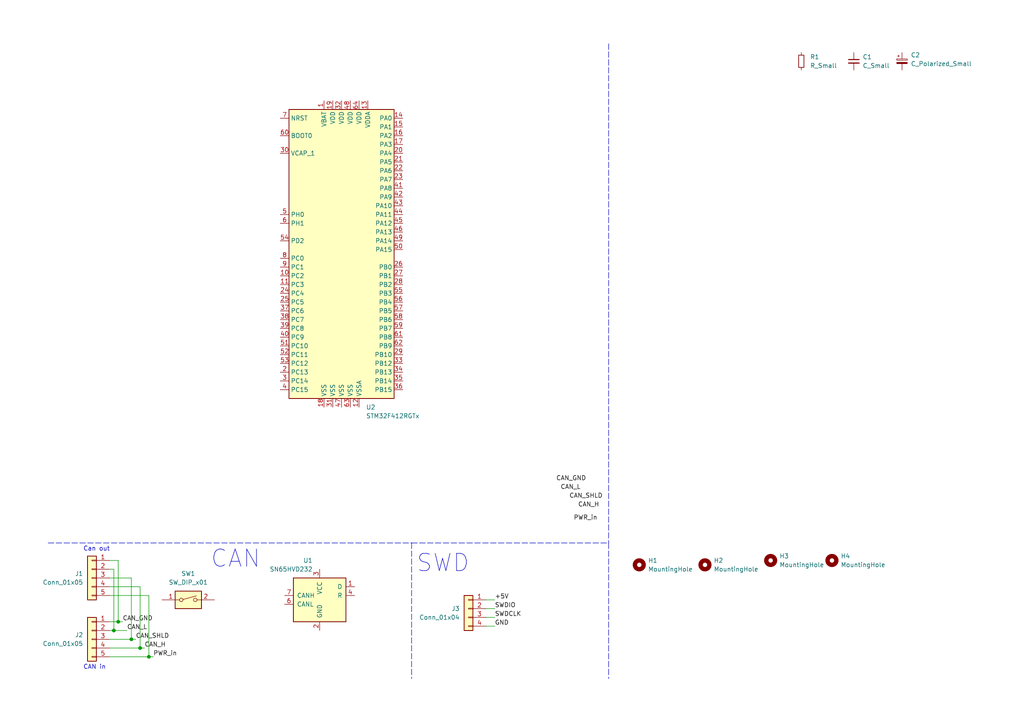
<source format=kicad_sch>
(kicad_sch (version 20211123) (generator eeschema)
  (paper "A4")
  (lib_symbols
    (symbol "Connector_Generic:Conn_01x04" (pin_names (offset 1.016) hide)
      (property "Reference" "J" (at 0 5.08 0))
      (property "Value" "Conn_01x04" (at 0 -7.62 0))
      (symbol "Conn_01x04_1_1"
        (rectangle (start -1.27 -4.953) (end 0 -5.207) (stroke (width 0.1524)))
        (rectangle (start -1.27 -2.413) (end 0 -2.667) (stroke (width 0.1524)))
        (rectangle (start -1.27 0.127) (end 0 -0.127) (stroke (width 0.1524)))
        (rectangle (start -1.27 2.667) (end 0 2.413) (stroke (width 0.1524)))
        (rectangle (start -1.27 3.81) (end 1.27 -6.35) (stroke (width 0.254)) (fill (type background)))
        (pin passive line (at -5.08 2.54 0) (length 3.81) (name "Pin_1") (number "1"))
        (pin passive line (at -5.08 0 0) (length 3.81) (name "Pin_2") (number "2"))
        (pin passive line (at -5.08 -2.54 0) (length 3.81) (name "Pin_3") (number "3"))
        (pin passive line (at -5.08 -5.08 0) (length 3.81) (name "Pin_4") (number "4"))
      )
    )
    (symbol "Connector_Generic:Conn_01x05" (pin_names (offset 1.016) hide)
      (property "Reference" "J" (at 0 7.62 0))
      (property "Value" "Conn_01x05" (at 0 -7.62 0))
      (symbol "Conn_01x05_1_1"
        (rectangle (start -1.27 -4.953) (end 0 -5.207) (stroke (width 0.1524)))
        (rectangle (start -1.27 -2.413) (end 0 -2.667) (stroke (width 0.1524)))
        (rectangle (start -1.27 0.127) (end 0 -0.127) (stroke (width 0.1524)))
        (rectangle (start -1.27 2.667) (end 0 2.413) (stroke (width 0.1524)))
        (rectangle (start -1.27 5.207) (end 0 4.953) (stroke (width 0.1524)))
        (rectangle (start -1.27 6.35) (end 1.27 -6.35) (stroke (width 0.254)) (fill (type background)))
        (pin passive line (at -5.08 5.08 0) (length 3.81) (name "Pin_1") (number "1"))
        (pin passive line (at -5.08 2.54 0) (length 3.81) (name "Pin_2") (number "2"))
        (pin passive line (at -5.08 0 0) (length 3.81) (name "Pin_3") (number "3"))
        (pin passive line (at -5.08 -2.54 0) (length 3.81) (name "Pin_4") (number "4"))
        (pin passive line (at -5.08 -5.08 0) (length 3.81) (name "Pin_5") (number "5"))
      )
    )
    (symbol "Device:C_Polarized_Small" (pin_numbers hide) (pin_names (offset 0.254) hide)
      (property "Reference" "C" (at 0.254 1.778 0))
      (property "Value" "C_Polarized_Small" (at 0.254 -2.032 0))
      (symbol "C_Polarized_Small_0_1"
        (rectangle (start -1.524 -0.3048) (end 1.524 -0.6858) (fill (type outline)))
        (rectangle (start -1.524 0.6858) (end 1.524 0.3048))
        (polyline (pts (xy -1.27 1.524) (xy -0.762 1.524)))
        (polyline (pts (xy -1.016 1.27) (xy -1.016 1.778)))
      )
      (symbol "C_Polarized_Small_1_1"
        (pin passive line (at 0 2.54 270) (length 1.8542) (name "~") (number "1"))
        (pin passive line (at 0 -2.54 90) (length 1.8542) (name "~") (number "2"))
      )
    )
    (symbol "Device:C_Small" (pin_numbers hide) (pin_names (offset 0.254) hide)
      (property "Reference" "C" (at 0.254 1.778 0))
      (property "Value" "C_Small" (at 0.254 -2.032 0))
      (symbol "C_Small_0_1"
        (polyline (pts (xy -1.524 -0.508) (xy 1.524 -0.508)) (stroke (width 0.3302)))
        (polyline (pts (xy -1.524 0.508) (xy 1.524 0.508)) (stroke (width 0.3048)))
      )
      (symbol "C_Small_1_1"
        (pin passive line (at 0 2.54 270) (length 2.032) (name "~") (number "1"))
        (pin passive line (at 0 -2.54 90) (length 2.032) (name "~") (number "2"))
      )
    )
    (symbol "Device:R_Small" (pin_numbers hide) (pin_names (offset 0.254) hide)
      (property "Reference" "R" (at 0.762 0.508 0))
      (property "Value" "R_Small" (at 0.762 -1.016 0))
      (symbol "R_Small_0_1"
        (rectangle (start -0.762 1.778) (end 0.762 -1.778) (stroke (width 0.2032)))
      )
      (symbol "R_Small_1_1"
        (pin passive line (at 0 2.54 270) (length 0.762) (name "~") (number "1"))
        (pin passive line (at 0 -2.54 90) (length 0.762) (name "~") (number "2"))
      )
    )
    (symbol "Interface_CAN_LIN:SN65HVD232" (pin_names (offset 1.016))
      (property "Reference" "U" (at -2.54 10.16 0))
      (property "Value" "SN65HVD232" (at -2.54 7.62 0))
      (symbol "SN65HVD232_0_1"
        (rectangle (start -7.62 5.08) (end 7.62 -7.62) (stroke (width 0.254)) (fill (type background)))
      )
      (symbol "SN65HVD232_1_1"
        (pin input line (at -10.16 2.54 0) (length 2.54) (name "D") (number "1"))
        (pin power_in line (at 0 -10.16 90) (length 2.54) (name "GND") (number "2"))
        (pin power_in line (at 0 7.62 270) (length 2.54) (name "VCC") (number "3"))
        (pin output line (at -10.16 0 0) (length 2.54) (name "R") (number "4"))
        (pin no_connect line (at -10.16 -2.54 0) (length 2.54) hide (name "NC") (number "5"))
        (pin bidirectional line (at 10.16 -2.54 180) (length 2.54) (name "CANL") (number "6"))
        (pin bidirectional line (at 10.16 0 180) (length 2.54) (name "CANH") (number "7"))
        (pin no_connect line (at -10.16 -5.08 0) (length 2.54) hide (name "NC") (number "8"))
      )
    )
    (symbol "MCU_ST_STM32F4:STM32F412RGTx"
      (property "Reference" "U" (at -15.24 41.91 0))
      (property "Value" "STM32F412RGTx" (at 10.16 41.91 0))
      (symbol "STM32F412RGTx_0_1"
        (rectangle (start -15.24 -43.18) (end 15.24 40.64) (stroke (width 0.254)) (fill (type background)))
      )
      (symbol "STM32F412RGTx_1_1"
        (pin power_in line (at -5.08 43.18 270) (length 2.54) (name "VBAT") (number "1"))
        (pin bidirectional line (at -17.78 -7.62 0) (length 2.54) (name "PC2") (number "10"))
        (pin bidirectional line (at -17.78 -10.16 0) (length 2.54) (name "PC3") (number "11"))
        (pin power_in line (at 5.08 -45.72 90) (length 2.54) (name "VSSA") (number "12"))
        (pin power_in line (at 7.62 43.18 270) (length 2.54) (name "VDDA") (number "13"))
        (pin bidirectional line (at 17.78 38.1 180) (length 2.54) (name "PA0") (number "14"))
        (pin bidirectional line (at 17.78 35.56 180) (length 2.54) (name "PA1") (number "15"))
        (pin bidirectional line (at 17.78 33.02 180) (length 2.54) (name "PA2") (number "16"))
        (pin bidirectional line (at 17.78 30.48 180) (length 2.54) (name "PA3") (number "17"))
        (pin power_in line (at -5.08 -45.72 90) (length 2.54) (name "VSS") (number "18"))
        (pin power_in line (at -2.54 43.18 270) (length 2.54) (name "VDD") (number "19"))
        (pin bidirectional line (at -17.78 -35.56 0) (length 2.54) (name "PC13") (number "2"))
        (pin bidirectional line (at 17.78 27.94 180) (length 2.54) (name "PA4") (number "20"))
        (pin bidirectional line (at 17.78 25.4 180) (length 2.54) (name "PA5") (number "21"))
        (pin bidirectional line (at 17.78 22.86 180) (length 2.54) (name "PA6") (number "22"))
        (pin bidirectional line (at 17.78 20.32 180) (length 2.54) (name "PA7") (number "23"))
        (pin bidirectional line (at -17.78 -12.7 0) (length 2.54) (name "PC4") (number "24"))
        (pin bidirectional line (at -17.78 -15.24 0) (length 2.54) (name "PC5") (number "25"))
        (pin bidirectional line (at 17.78 -5.08 180) (length 2.54) (name "PB0") (number "26"))
        (pin bidirectional line (at 17.78 -7.62 180) (length 2.54) (name "PB1") (number "27"))
        (pin bidirectional line (at 17.78 -10.16 180) (length 2.54) (name "PB2") (number "28"))
        (pin bidirectional line (at 17.78 -30.48 180) (length 2.54) (name "PB10") (number "29"))
        (pin bidirectional line (at -17.78 -38.1 0) (length 2.54) (name "PC14") (number "3"))
        (pin power_in line (at -17.78 27.94 0) (length 2.54) (name "VCAP_1") (number "30"))
        (pin power_in line (at -2.54 -45.72 90) (length 2.54) (name "VSS") (number "31"))
        (pin power_in line (at 0 43.18 270) (length 2.54) (name "VDD") (number "32"))
        (pin bidirectional line (at 17.78 -33.02 180) (length 2.54) (name "PB12") (number "33"))
        (pin bidirectional line (at 17.78 -35.56 180) (length 2.54) (name "PB13") (number "34"))
        (pin bidirectional line (at 17.78 -38.1 180) (length 2.54) (name "PB14") (number "35"))
        (pin bidirectional line (at 17.78 -40.64 180) (length 2.54) (name "PB15") (number "36"))
        (pin bidirectional line (at -17.78 -17.78 0) (length 2.54) (name "PC6") (number "37"))
        (pin bidirectional line (at -17.78 -20.32 0) (length 2.54) (name "PC7") (number "38"))
        (pin bidirectional line (at -17.78 -22.86 0) (length 2.54) (name "PC8") (number "39"))
        (pin bidirectional line (at -17.78 -40.64 0) (length 2.54) (name "PC15") (number "4"))
        (pin bidirectional line (at -17.78 -25.4 0) (length 2.54) (name "PC9") (number "40"))
        (pin bidirectional line (at 17.78 17.78 180) (length 2.54) (name "PA8") (number "41"))
        (pin bidirectional line (at 17.78 15.24 180) (length 2.54) (name "PA9") (number "42"))
        (pin bidirectional line (at 17.78 12.7 180) (length 2.54) (name "PA10") (number "43"))
        (pin bidirectional line (at 17.78 10.16 180) (length 2.54) (name "PA11") (number "44"))
        (pin bidirectional line (at 17.78 7.62 180) (length 2.54) (name "PA12") (number "45"))
        (pin bidirectional line (at 17.78 5.08 180) (length 2.54) (name "PA13") (number "46"))
        (pin power_in line (at 0 -45.72 90) (length 2.54) (name "VSS") (number "47"))
        (pin power_in line (at 2.54 43.18 270) (length 2.54) (name "VDD") (number "48"))
        (pin bidirectional line (at 17.78 2.54 180) (length 2.54) (name "PA14") (number "49"))
        (pin input line (at -17.78 10.16 0) (length 2.54) (name "PH0") (number "5"))
        (pin bidirectional line (at 17.78 0 180) (length 2.54) (name "PA15") (number "50"))
        (pin bidirectional line (at -17.78 -27.94 0) (length 2.54) (name "PC10") (number "51"))
        (pin bidirectional line (at -17.78 -30.48 0) (length 2.54) (name "PC11") (number "52"))
        (pin bidirectional line (at -17.78 -33.02 0) (length 2.54) (name "PC12") (number "53"))
        (pin bidirectional line (at -17.78 2.54 0) (length 2.54) (name "PD2") (number "54"))
        (pin bidirectional line (at 17.78 -12.7 180) (length 2.54) (name "PB3") (number "55"))
        (pin bidirectional line (at 17.78 -15.24 180) (length 2.54) (name "PB4") (number "56"))
        (pin bidirectional line (at 17.78 -17.78 180) (length 2.54) (name "PB5") (number "57"))
        (pin bidirectional line (at 17.78 -20.32 180) (length 2.54) (name "PB6") (number "58"))
        (pin bidirectional line (at 17.78 -22.86 180) (length 2.54) (name "PB7") (number "59"))
        (pin input line (at -17.78 7.62 0) (length 2.54) (name "PH1") (number "6"))
        (pin input line (at -17.78 33.02 0) (length 2.54) (name "BOOT0") (number "60"))
        (pin bidirectional line (at 17.78 -25.4 180) (length 2.54) (name "PB8") (number "61"))
        (pin bidirectional line (at 17.78 -27.94 180) (length 2.54) (name "PB9") (number "62"))
        (pin power_in line (at 2.54 -45.72 90) (length 2.54) (name "VSS") (number "63"))
        (pin power_in line (at 5.08 43.18 270) (length 2.54) (name "VDD") (number "64"))
        (pin input line (at -17.78 38.1 0) (length 2.54) (name "NRST") (number "7"))
        (pin bidirectional line (at -17.78 -2.54 0) (length 2.54) (name "PC0") (number "8"))
        (pin bidirectional line (at -17.78 -5.08 0) (length 2.54) (name "PC1") (number "9"))
      )
    )
    (symbol "Mechanical:MountingHole" (pin_names (offset 1.016))
      (property "Reference" "H" (at 0 5.08 0))
      (property "Value" "MountingHole" (at 0 3.175 0))
      (symbol "MountingHole_0_1"
        (circle (center 0 0) (radius 1.27) (stroke (width 1.27)))
      )
    )
    (symbol "Switch:SW_DIP_x01" (pin_names (offset 0) hide)
      (property "Reference" "SW" (at 0 3.81 0))
      (property "Value" "SW_DIP_x01" (at 0 -3.81 0))
      (symbol "SW_DIP_x01_0_0"
        (circle (center -2.032 0) (radius 0.508))
        (polyline (pts (xy -1.524 0.127) (xy 2.3622 1.1684)))
        (circle (center 2.032 0) (radius 0.508))
      )
      (symbol "SW_DIP_x01_0_1"
        (rectangle (start -3.81 2.54) (end 3.81 -2.54) (stroke (width 0.254)) (fill (type background)))
      )
      (symbol "SW_DIP_x01_1_1"
        (pin passive line (at -7.62 0 0) (length 5.08) (name "~") (number "1"))
        (pin passive line (at 7.62 0 180) (length 5.08) (name "~") (number "2"))
      )
    )
  )
  (junction (at 43.18 190.5))
  (junction (at 38.1 185.42))
  (junction (at 33.02 182.88))
  (junction (at 40.64 187.96))
  (junction (at 34.29 180.34))
  (wire (pts (xy 140.97 179.07) (xy 143.51 179.07)))
  (wire (pts (xy 43.18 172.72) (xy 43.18 190.5)))
  (wire (pts (xy 31.75 162.56) (xy 34.29 162.56)))
  (wire (pts (xy 31.75 187.96) (xy 40.64 187.96)))
  (wire (pts (xy 31.75 172.72) (xy 43.18 172.72)))
  (wire (pts (xy 31.75 182.88) (xy 33.02 182.88)))
  (polyline (pts (xy 176.53 157.48) (xy 176.53 196.85)))
  (polyline (pts (xy 119.38 157.48) (xy 119.38 196.85)))
  (wire (pts (xy 40.64 170.18) (xy 40.64 187.96)))
  (wire (pts (xy 38.1 167.64) (xy 38.1 185.42)))
  (polyline (pts (xy 13.97 157.48) (xy 119.38 157.48)))
  (wire (pts (xy 31.75 190.5) (xy 43.18 190.5)))
  (wire (pts (xy 33.02 182.88) (xy 33.02 165.1)))
  (wire (pts (xy 140.97 181.61) (xy 143.51 181.61)))
  (wire (pts (xy 34.29 180.34) (xy 31.75 180.34)))
  (wire (pts (xy 34.29 162.56) (xy 34.29 180.34)))
  (wire (pts (xy 140.97 176.53) (xy 143.51 176.53)))
  (wire (pts (xy 34.29 180.34) (xy 35.56 180.34)))
  (polyline (pts (xy 119.38 157.48) (xy 176.53 157.48)))
  (wire (pts (xy 33.02 165.1) (xy 31.75 165.1)))
  (wire (pts (xy 40.64 187.96) (xy 41.91 187.96)))
  (wire (pts (xy 38.1 185.42) (xy 39.37 185.42)))
  (polyline (pts (xy 176.53 12.7) (xy 176.53 157.48)))
  (wire (pts (xy 38.1 185.42) (xy 31.75 185.42)))
  (wire (pts (xy 33.02 182.88) (xy 36.83 182.88)))
  (wire (pts (xy 31.75 170.18) (xy 40.64 170.18)))
  (wire (pts (xy 43.18 190.5) (xy 44.45 190.5)))
  (wire (pts (xy 31.75 167.64) (xy 38.1 167.64)))
  (wire (pts (xy 140.97 173.99) (xy 143.51 173.99)))
  (text "CAN in\n" (at 24.13 194.31 0) (effects (font (size 1.27 1.27)) (justify left bottom)))
  (text "CAN" (at 60.96 165.1 0) (effects (font (size 5 5)) (justify left bottom)))
  (text "SWD" (at 120.65 166.37 0) (effects (font (size 5 5)) (justify left bottom)))
  (text "Can out\n" (at 24.13 160.02 0) (effects (font (size 1.27 1.27)) (justify left bottom)))
  (label "SWDIO" (at 143.51 176.53 0))
  (label "GND" (at 143.51 181.61 0))
  (label "CAN_SHLD" (at 39.37 185.42 0))
  (label "SWDCLK" (at 143.51 179.07 0))
  (label "PWR_in" (at 44.45 190.5 0))
  (label "CAN_H" (at 41.91 187.96 0))
  (label "CAN_GND" (at 161.29 139.7 0))
  (label "+5V" (at 143.51 173.99 0))
  (label "CAN_L" (at 36.83 182.88 0))
  (label "CAN_H" (at 167.64 147.32 0))
  (label "PWR_in" (at 166.37 151.13 0))
  (label "CAN_SHLD" (at 165.1 144.78 0))
  (label "CAN_GND" (at 35.56 180.34 0))
  (label "CAN_L" (at 162.56 142.24 0))
  (symbol (lib_id "Mechanical:MountingHole") (at 223.52 162.56 0) (unit 1)
    (property "Reference" "H3" (at 226.06 161.2899 0) (effects (justify left)))
    (property "Value" "MountingHole" (at 226.06 163.8299 0) (effects (justify left)))
    (property "Footprint" "MountingHole:MountingHole_3.5mm" (effects hide))
  )
  (symbol (lib_id "Device:C_Polarized_Small") (at 261.62 17.78 0) (unit 1)
    (property "Reference" "C2" (at 264.16 15.9638 0) (effects (justify left)))
    (property "Value" "C_Polarized_Small" (at 264.16 18.5038 0) (effects (justify left)))
  )
  (symbol (lib_id "Switch:SW_DIP_x01") (at 54.61 173.99 0) (unit 1)
    (property "Reference" "SW1" (at 54.61 166.37 0))
    (property "Value" "SW_DIP_x01" (at 54.61 168.91 0))
    (property "Footprint" "Button_Switch_THT:SW_DIP_SPSTx01_Piano_10.8x4.1mm_W7.62mm_P2.54mm" (effects hide))
  )
  (symbol (lib_id "Device:R_Small") (at 232.41 17.78 0) (unit 1)
    (property "Reference" "R1" (at 234.95 16.5099 0) (effects (justify left)))
    (property "Value" "R_Small" (at 234.95 19.0499 0) (effects (justify left)))
    (property "Footprint" "Resistor_SMD:R_0805_2012Metric" (effects hide))
  )
  (symbol (lib_id "Mechanical:MountingHole") (at 204.47 163.83 0) (unit 1)
    (property "Reference" "H2" (at 207.01 162.5599 0) (effects (justify left)))
    (property "Value" "MountingHole" (at 207.01 165.0999 0) (effects (justify left)))
    (property "Footprint" "MountingHole:MountingHole_3.5mm" (effects hide))
  )
  (symbol (lib_id "Interface_CAN_LIN:SN65HVD232") (at 92.71 172.72 0) (mirror y) (unit 1)
    (property "Reference" "U1" (at 90.6906 162.56 0) (effects (justify left)))
    (property "Value" "SN65HVD232" (at 90.6906 165.1 0) (effects (justify left)))
    (property "Footprint" "Package_SO:SOIC-8_3.9x4.9mm_P1.27mm" (effects hide))
    (property "Datasheet" "http://www.ti.com/lit/ds/symlink/sn65hvd230.pdf" (effects hide))
  )
  (symbol (lib_id "Connector_Generic:Conn_01x04") (at 135.89 176.53 0) (mirror y) (unit 1)
    (property "Reference" "J3" (at 133.35 176.5299 0) (effects (justify left)))
    (property "Value" "Conn_01x04" (at 133.35 179.0699 0) (effects (justify left)))
    (property "Footprint" "Connector_PinSocket_2.54mm:PinSocket_1x04_P2.54mm_Vertical" (effects hide))
  )
  (symbol (lib_id "MCU_ST_STM32F4:STM32F412RGTx") (at 99.06 72.39 0) (unit 1)
    (property "Reference" "U2" (at 106.1594 118.11 0) (effects (justify left)))
    (property "Value" "STM32F412RGTx" (at 106.1594 120.65 0) (effects (justify left)))
    (property "Footprint" "Package_QFP:LQFP-64_10x10mm_P0.5mm" (effects hide))
    (property "Datasheet" "http://www.st.com/st-web-ui/static/active/en/resource/technical/document/datasheet/DM00213872.pdf" (effects hide))
  )
  (symbol (lib_id "Connector_Generic:Conn_01x05") (at 26.67 185.42 0) (mirror y) (unit 1)
    (property "Reference" "J2" (at 24.13 184.1499 0) (effects (justify left)))
    (property "Value" "Conn_01x05" (at 24.13 186.6899 0) (effects (justify left)))
    (property "Footprint" "Connector_JST:JST_XH_B5B-XH-A_1x05_P2.50mm_Vertical" (effects hide))
  )
  (symbol (lib_id "Device:C_Small") (at 247.65 17.78 0) (unit 1)
    (property "Reference" "C1" (at 250.19 16.5162 0) (effects (justify left)))
    (property "Value" "C_Small" (at 250.19 19.0562 0) (effects (justify left)))
    (property "Footprint" "Capacitor_SMD:C_0805_2012Metric" (effects hide))
  )
  (symbol (lib_id "Mechanical:MountingHole") (at 241.3 162.56 0) (unit 1)
    (property "Reference" "H4" (at 243.84 161.2899 0) (effects (justify left)))
    (property "Value" "MountingHole" (at 243.84 163.8299 0) (effects (justify left)))
    (property "Footprint" "MountingHole:MountingHole_3.5mm" (effects hide))
  )
  (symbol (lib_id "Connector_Generic:Conn_01x05") (at 26.67 167.64 0) (mirror y) (unit 1)
    (property "Reference" "J1" (at 24.13 166.3699 0) (effects (justify left)))
    (property "Value" "Conn_01x05" (at 24.13 168.9099 0) (effects (justify left)))
    (property "Footprint" "Connector_JST:JST_XH_B5B-XH-A_1x05_P2.50mm_Vertical" (effects hide))
  )
  (symbol (lib_id "Mechanical:MountingHole") (at 185.42 163.83 0) (unit 1)
    (property "Reference" "H1" (at 187.96 162.5599 0) (effects (justify left)))
    (property "Value" "MountingHole" (at 187.96 165.0999 0) (effects (justify left)))
    (property "Footprint" "MountingHole:MountingHole_3.5mm" (effects hide))
  )
)
</source>
